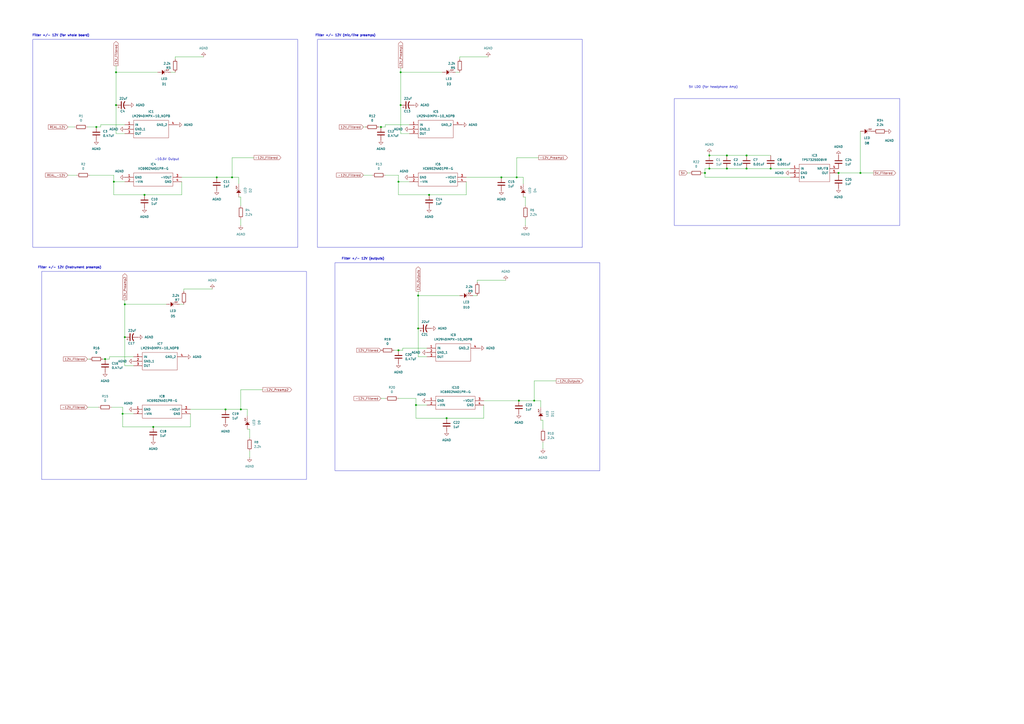
<source format=kicad_sch>
(kicad_sch (version 20231120) (generator "eeschema") (generator_version "8.0")
  (paper "A2")
  (lib_symbols
    (symbol "Device:C" (pin_numbers hide) (pin_names (offset 0.254))
      (property "Reference" "C" (at 0.635 2.54 0))
      (property "Value" "C" (at 0.635 -2.54 0))
      (symbol "C_0_1"
        (polyline (pts (xy -2.032 -0.762) (xy 2.032 -0.762)) (stroke (width 0.508)))
        (polyline (pts (xy -2.032 0.762) (xy 2.032 0.762)) (stroke (width 0.508)))
      )
      (symbol "C_1_1"
        (pin passive line (at 0 3.81 270) (length 2.794) (name "~") (number "1"))
        (pin passive line (at 0 -3.81 90) (length 2.794) (name "~") (number "2"))
      )
    )
    (symbol "Device:C_Polarized_US" (pin_numbers hide) (pin_names (offset 0.254) hide)
      (property "Reference" "C" (at 0.635 2.54 0))
      (property "Value" "C_Polarized_US" (at 0.635 -2.54 0))
      (symbol "C_Polarized_US_0_1"
        (polyline (pts (xy -2.032 0.762) (xy 2.032 0.762)) (stroke (width 0.508)))
        (polyline (pts (xy -1.778 2.286) (xy -0.762 2.286)))
        (polyline (pts (xy -1.27 1.778) (xy -1.27 2.794)))
        (arc (start 2.032 -1.27) (mid 0 -0.5572) (end -2.032 -1.27) (stroke (width 0.508)))
      )
      (symbol "C_Polarized_US_1_1"
        (pin passive line (at 0 3.81 270) (length 2.794) (name "~") (number "1"))
        (pin passive line (at 0 -3.81 90) (length 3.302) (name "~") (number "2"))
      )
    )
    (symbol "Device:R" (pin_numbers hide) (pin_names (offset 0))
      (property "Reference" "R" (at 2.032 0 90))
      (property "Value" "R" (at 0 0 90))
      (symbol "R_0_1"
        (rectangle (start -1.016 -2.54) (end 1.016 2.54) (stroke (width 0.254)))
      )
      (symbol "R_1_1"
        (pin passive line (at 0 3.81 270) (length 1.27) (name "~") (number "1"))
        (pin passive line (at 0 -3.81 90) (length 1.27) (name "~") (number "2"))
      )
    )
    (symbol "PCM_Capacitor_AKL:C_0805" (pin_numbers hide) (pin_names (offset 0.254))
      (property "Reference" "C" (at 0.635 2.54 0))
      (property "Value" "C_0805" (at 0.635 -2.54 0))
      (symbol "C_0805_0_1"
        (polyline (pts (xy -2.032 -0.762) (xy 2.032 -0.762)) (stroke (width 0.508)))
        (polyline (pts (xy -2.032 0.762) (xy 2.032 0.762)) (stroke (width 0.508)))
      )
      (symbol "C_0805_0_2"
        (polyline (pts (xy -2.54 -2.54) (xy -0.381 -0.381)))
        (polyline (pts (xy -0.508 -0.508) (xy -1.651 0.635)) (stroke (width 0.508)))
        (polyline (pts (xy -0.508 -0.508) (xy 0.635 -1.651)) (stroke (width 0.508)))
        (polyline (pts (xy 0.381 0.381) (xy 2.54 2.54)))
        (polyline (pts (xy 0.508 0.508) (xy -0.635 1.651)) (stroke (width 0.508)))
        (polyline (pts (xy 0.508 0.508) (xy 1.651 -0.635)) (stroke (width 0.508)))
      )
      (symbol "C_0805_1_1"
        (pin passive line (at 0 3.81 270) (length 2.794) (name "~") (number "1"))
        (pin passive line (at 0 -3.81 90) (length 2.794) (name "~") (number "2"))
      )
      (symbol "C_0805_1_2"
        (pin passive line (at 2.54 2.54 270) (length 0) (name "~") (number "1"))
        (pin passive line (at -2.54 -2.54 90) (length 0) (name "~") (number "2"))
      )
    )
    (symbol "PCM_SL_Devices:LED"
      (property "Reference" "D" (at -0.508 5.334 0))
      (property "Value" "LED" (at -0.508 2.794 0))
      (symbol "LED_0_1"
        (polyline (pts (xy -1.27 0) (xy -2.54 0)))
        (polyline (pts (xy 0 1.27) (xy 0 -1.27)))
        (polyline (pts (xy 0.508 0.508) (xy 1.524 1.524)))
        (polyline (pts (xy 1.27 0) (xy 2.54 0)))
        (polyline (pts (xy 1.524 0.508) (xy 2.54 1.524)))
        (polyline (pts (xy 1.524 1.524) (xy 0.889 1.524)))
        (polyline (pts (xy 1.524 1.524) (xy 1.524 0.889)))
        (polyline (pts (xy 2.54 1.524) (xy 1.905 1.524)))
        (polyline (pts (xy 2.54 1.524) (xy 2.54 0.889)))
        (polyline (pts (xy 0 0) (xy -1.27 -1.27) (xy -1.27 1.27) (xy 0 0) (xy 1.27 0)) (fill (type outline)))
      )
      (symbol "LED_1_1"
        (pin passive line (at 3.81 0 180) (length 1.5) (name "~") (number "1"))
        (pin passive line (at -3.81 0 0) (length 1.5) (name "") (number "2"))
      )
    )
    (symbol "SamacSys_Parts:LM2940IMPX-10_NOPB" (pin_names (offset 0.762))
      (property "Reference" "IC" (at 26.67 7.62 0))
      (property "Value" "LM2940IMPX-10_NOPB" (at 26.67 5.08 0))
      (symbol "LM2940IMPX-10_NOPB_0_0"
        (pin passive line (at 0 0 0) (length 5.08) (name "IN") (number "1"))
        (pin passive line (at 0 -2.54 0) (length 5.08) (name "GND_1") (number "2"))
        (pin passive line (at 0 -5.08 0) (length 5.08) (name "OUT") (number "3"))
        (pin passive line (at 30.48 0 180) (length 5.08) (name "GND_2") (number "4"))
      )
      (symbol "LM2940IMPX-10_NOPB_0_1"
        (polyline (pts (xy 5.08 2.54) (xy 25.4 2.54) (xy 25.4 -7.62) (xy 5.08 -7.62) (xy 5.08 2.54)) (stroke (width 0.1524)))
      )
    )
    (symbol "SamacSys_Parts:TPS73250DBVR" (pin_names (offset 0.762))
      (property "Reference" "IC" (at 24.13 7.62 0))
      (property "Value" "TPS73250DBVR" (at 24.13 5.08 0))
      (symbol "TPS73250DBVR_0_0"
        (pin passive line (at 0 0 0) (length 5.08) (name "IN") (number "1"))
        (pin passive line (at 0 -2.54 0) (length 5.08) (name "GND") (number "2"))
        (pin passive line (at 0 -5.08 0) (length 5.08) (name "EN") (number "3"))
        (pin passive line (at 27.94 0 180) (length 5.08) (name "NR/FB") (number "4"))
        (pin passive line (at 27.94 -2.54 180) (length 5.08) (name "OUT") (number "5"))
      )
      (symbol "TPS73250DBVR_0_1"
        (polyline (pts (xy 5.08 2.54) (xy 22.86 2.54) (xy 22.86 -7.62) (xy 5.08 -7.62) (xy 5.08 2.54)) (stroke (width 0.1524)))
      )
    )
    (symbol "SamacSys_Parts:XC6902NA01PR-G" (pin_names (offset 0.762))
      (property "Reference" "IC3" (at 16.51 7.62 0))
      (property "Value" "XC6902NA01PR-G" (at 16.51 5.08 0))
      (symbol "XC6902NA01PR-G_0_0"
        (pin passive line (at 0 0 0) (length 5.08) (name "GND") (number "1"))
        (pin passive line (at 33.02 0 180) (length 5.08) (name "-VOUT") (number "3"))
      )
      (symbol "XC6902NA01PR-G_0_1"
        (polyline (pts (xy 5.08 2.54) (xy 27.94 2.54) (xy 27.94 -5.08) (xy 5.08 -5.08) (xy 5.08 2.54)) (stroke (width 0.1524)))
      )
      (symbol "XC6902NA01PR-G_1_0"
        (pin passive line (at 0 -2.54 0) (length 5.08) (name "-VIN") (number "2"))
        (pin passive line (at 33.02 -2.54 180) (length 5.08) (name "GND") (number "4"))
      )
    )
    (symbol "power:GND" (power) (pin_numbers hide) (pin_names (offset 0) hide)
      (property "Value" "GND" (at 0 -3.81 0))
      (symbol "GND_0_1"
        (polyline (pts (xy 0 0) (xy 0 -1.27) (xy 1.27 -1.27) (xy 0 -2.54) (xy -1.27 -1.27) (xy 0 -1.27)))
      )
      (symbol "GND_1_1"
        (pin power_in line (at 0 0 270) (length 0) (name "~") (number "1"))
      )
    )
  )
  (junction (at 134.62 102.87))
  (junction (at 411.48 97.79))
  (junction (at 299.72 102.87))
  (junction (at 232.41 41.91))
  (junction (at 241.3 234.95))
  (junction (at 72.39 176.53))
  (junction (at 499.11 100.33))
  (junction (at 309.88 232.41))
  (junction (at 71.12 240.03))
  (junction (at 67.31 41.91))
  (junction (at 433.07 90.17))
  (junction (at 259.08 242.57))
  (junction (at 248.92 113.03))
  (junction (at 130.81 237.49))
  (junction (at 300.99 232.41))
  (junction (at 220.98 73.66))
  (junction (at 88.9 247.65))
  (junction (at 421.64 90.17))
  (junction (at 231.14 105.41))
  (junction (at 290.83 102.87))
  (junction (at 486.41 100.33))
  (junction (at 408.94 100.33))
  (junction (at 67.31 60.96))
  (junction (at 72.39 195.58))
  (junction (at 447.04 97.79))
  (junction (at 66.04 105.41))
  (junction (at 139.7 237.49))
  (junction (at 232.41 60.96))
  (junction (at 242.57 190.5))
  (junction (at 83.82 113.03))
  (junction (at 55.88 73.66))
  (junction (at 60.96 208.28))
  (junction (at 125.73 102.87))
  (junction (at 421.64 97.79))
  (junction (at 231.14 203.2))
  (junction (at 411.48 90.17))
  (junction (at 433.07 97.79))
  (junction (at 242.57 171.45))
  (wire (pts (xy 50.8 236.22) (xy 57.15 236.22)))
  (wire (pts (xy 233.68 203.2) (xy 233.68 201.93)))
  (wire (pts (xy 233.68 201.93) (xy 247.65 201.93)))
  (wire (pts (xy 232.41 41.91) (xy 232.41 60.96)))
  (wire (pts (xy 231.14 105.41) (xy 237.49 105.41)))
  (wire (pts (xy 105.41 102.87) (xy 125.73 102.87)))
  (wire (pts (xy 147.32 91.44) (xy 134.62 91.44)))
  (wire (pts (xy 152.4 226.06) (xy 139.7 226.06)))
  (wire (pts (xy 313.69 236.22) (xy 313.69 232.41)))
  (wire (pts (xy 242.57 171.45) (xy 242.57 190.5)))
  (wire (pts (xy 303.53 102.87) (xy 299.72 102.87)))
  (wire (pts (xy 499.11 100.33) (xy 499.11 76.2)))
  (wire (pts (xy 293.37 162.56) (xy 276.86 162.56)))
  (wire (pts (xy 270.51 113.03) (xy 270.51 105.41)))
  (wire (pts (xy 88.9 247.65) (xy 110.49 247.65)))
  (wire (pts (xy 486.41 100.33) (xy 499.11 100.33)))
  (wire (pts (xy 223.52 73.66) (xy 223.52 72.39)))
  (wire (pts (xy 223.52 72.39) (xy 237.49 72.39)))
  (wire (pts (xy 66.04 113.03) (xy 83.82 113.03)))
  (wire (pts (xy 123.19 167.64) (xy 106.68 167.64)))
  (wire (pts (xy 411.48 90.17) (xy 421.64 90.17)))
  (wire (pts (xy 139.7 237.49) (xy 130.81 237.49)))
  (wire (pts (xy 72.39 195.58) (xy 72.39 212.09)))
  (wire (pts (xy 138.43 106.68) (xy 138.43 102.87)))
  (wire (pts (xy 421.64 90.17) (xy 433.07 90.17)))
  (wire (pts (xy 223.52 101.6) (xy 231.14 101.6)))
  (wire (pts (xy 447.04 97.79) (xy 458.47 97.79)))
  (wire (pts (xy 144.78 261.62) (xy 144.78 265.43)))
  (wire (pts (xy 110.49 247.65) (xy 110.49 240.03)))
  (wire (pts (xy 55.88 73.66) (xy 58.42 73.66)))
  (wire (pts (xy 299.72 102.87) (xy 290.83 102.87)))
  (wire (pts (xy 67.31 60.96) (xy 67.31 77.47)))
  (wire (pts (xy 421.64 97.79) (xy 433.07 97.79)))
  (wire (pts (xy 50.8 73.66) (xy 55.88 73.66)))
  (wire (pts (xy 210.82 101.6) (xy 215.9 101.6)))
  (wire (pts (xy 433.07 97.79) (xy 447.04 97.79)))
  (wire (pts (xy 274.32 171.45) (xy 276.86 171.45)))
  (wire (pts (xy 52.07 101.6) (xy 66.04 101.6)))
  (wire (pts (xy 309.88 232.41) (xy 300.99 232.41)))
  (wire (pts (xy 408.94 102.87) (xy 408.94 100.33)))
  (wire (pts (xy 242.57 171.45) (xy 266.7 171.45)))
  (wire (pts (xy 232.41 41.91) (xy 256.54 41.91)))
  (wire (pts (xy 63.5 208.28) (xy 63.5 207.01)))
  (wire (pts (xy 314.96 256.54) (xy 314.96 260.35)))
  (wire (pts (xy 220.98 231.14) (xy 223.52 231.14)))
  (wire (pts (xy 66.04 105.41) (xy 72.39 105.41)))
  (wire (pts (xy 134.62 91.44) (xy 134.62 102.87)))
  (wire (pts (xy 39.37 73.66) (xy 43.18 73.66)))
  (wire (pts (xy 241.3 234.95) (xy 241.3 242.57)))
  (wire (pts (xy 231.14 105.41) (xy 231.14 113.03)))
  (wire (pts (xy 67.31 41.91) (xy 91.44 41.91)))
  (wire (pts (xy 232.41 77.47) (xy 237.49 77.47)))
  (wire (pts (xy 66.04 101.6) (xy 66.04 105.41)))
  (wire (pts (xy 72.39 176.53) (xy 96.52 176.53)))
  (wire (pts (xy 270.51 102.87) (xy 290.83 102.87)))
  (wire (pts (xy 232.41 39.37) (xy 232.41 41.91)))
  (wire (pts (xy 134.62 102.87) (xy 125.73 102.87)))
  (wire (pts (xy 411.48 97.79) (xy 421.64 97.79)))
  (wire (pts (xy 118.11 33.02) (xy 101.6 33.02)))
  (wire (pts (xy 63.5 207.01) (xy 77.47 207.01)))
  (wire (pts (xy 232.41 60.96) (xy 232.41 77.47)))
  (wire (pts (xy 59.69 208.28) (xy 60.96 208.28)))
  (wire (pts (xy 143.51 241.3) (xy 143.51 237.49)))
  (wire (pts (xy 110.49 237.49) (xy 130.81 237.49)))
  (wire (pts (xy 143.51 237.49) (xy 139.7 237.49)))
  (wire (pts (xy 83.82 113.03) (xy 105.41 113.03)))
  (wire (pts (xy 58.42 73.66) (xy 58.42 72.39)))
  (wire (pts (xy 241.3 234.95) (xy 247.65 234.95)))
  (wire (pts (xy 283.21 33.02) (xy 266.7 33.02)))
  (wire (pts (xy 101.6 33.02) (xy 101.6 34.29)))
  (wire (pts (xy 99.06 41.91) (xy 101.6 41.91)))
  (wire (pts (xy 312.42 91.44) (xy 299.72 91.44)))
  (wire (pts (xy 144.78 254) (xy 144.78 248.92)))
  (wire (pts (xy 64.77 236.22) (xy 71.12 236.22)))
  (wire (pts (xy 138.43 102.87) (xy 134.62 102.87)))
  (wire (pts (xy 66.04 105.41) (xy 66.04 113.03)))
  (wire (pts (xy 139.7 114.3) (xy 138.43 114.3)))
  (wire (pts (xy 280.67 242.57) (xy 280.67 234.95)))
  (wire (pts (xy 72.39 212.09) (xy 77.47 212.09)))
  (wire (pts (xy 231.14 101.6) (xy 231.14 105.41)))
  (wire (pts (xy 67.31 38.1) (xy 67.31 41.91)))
  (wire (pts (xy 58.42 72.39) (xy 72.39 72.39)))
  (wire (pts (xy 499.11 100.33) (xy 506.73 100.33)))
  (wire (pts (xy 60.96 208.28) (xy 63.5 208.28)))
  (wire (pts (xy 72.39 173.99) (xy 72.39 176.53)))
  (wire (pts (xy 259.08 242.57) (xy 280.67 242.57)))
  (wire (pts (xy 71.12 240.03) (xy 77.47 240.03)))
  (wire (pts (xy 304.8 127) (xy 304.8 130.81)))
  (wire (pts (xy 242.57 190.5) (xy 242.57 207.01)))
  (wire (pts (xy 139.7 119.38) (xy 139.7 114.3)))
  (wire (pts (xy 304.8 114.3) (xy 303.53 114.3)))
  (wire (pts (xy 210.82 73.66) (xy 212.09 73.66)))
  (wire (pts (xy 299.72 91.44) (xy 299.72 102.87)))
  (wire (pts (xy 242.57 207.01) (xy 247.65 207.01)))
  (wire (pts (xy 407.67 100.33) (xy 408.94 100.33)))
  (wire (pts (xy 314.96 248.92) (xy 314.96 243.84)))
  (wire (pts (xy 242.57 168.91) (xy 242.57 171.45)))
  (wire (pts (xy 39.37 101.6) (xy 44.45 101.6)))
  (wire (pts (xy 486.41 101.6) (xy 486.41 100.33)))
  (wire (pts (xy 248.92 113.03) (xy 270.51 113.03)))
  (wire (pts (xy 408.94 97.79) (xy 411.48 97.79)))
  (wire (pts (xy 241.3 231.14) (xy 241.3 234.95)))
  (wire (pts (xy 264.16 41.91) (xy 266.7 41.91)))
  (wire (pts (xy 231.14 113.03) (xy 248.92 113.03)))
  (wire (pts (xy 411.48 88.9) (xy 411.48 90.17)))
  (wire (pts (xy 322.58 220.98) (xy 309.88 220.98)))
  (wire (pts (xy 241.3 242.57) (xy 259.08 242.57)))
  (wire (pts (xy 266.7 33.02) (xy 266.7 34.29)))
  (wire (pts (xy 139.7 226.06) (xy 139.7 237.49)))
  (wire (pts (xy 458.47 102.87) (xy 408.94 102.87)))
  (wire (pts (xy 104.14 176.53) (xy 106.68 176.53)))
  (wire (pts (xy 105.41 113.03) (xy 105.41 105.41)))
  (wire (pts (xy 408.94 100.33) (xy 408.94 97.79)))
  (wire (pts (xy 231.14 231.14) (xy 241.3 231.14)))
  (wire (pts (xy 314.96 243.84) (xy 313.69 243.84)))
  (wire (pts (xy 139.7 127) (xy 139.7 130.81)))
  (wire (pts (xy 280.67 232.41) (xy 300.99 232.41)))
  (wire (pts (xy 67.31 41.91) (xy 67.31 60.96)))
  (wire (pts (xy 303.53 106.68) (xy 303.53 102.87)))
  (wire (pts (xy 144.78 248.92) (xy 143.51 248.92)))
  (wire (pts (xy 398.78 100.33) (xy 400.05 100.33)))
  (wire (pts (xy 304.8 119.38) (xy 304.8 114.3)))
  (wire (pts (xy 50.8 208.28) (xy 52.07 208.28)))
  (wire (pts (xy 220.98 73.66) (xy 223.52 73.66)))
  (wire (pts (xy 313.69 232.41) (xy 309.88 232.41)))
  (wire (pts (xy 71.12 240.03) (xy 71.12 247.65)))
  (wire (pts (xy 433.07 90.17) (xy 447.04 90.17)))
  (wire (pts (xy 231.14 203.2) (xy 233.68 203.2)))
  (wire (pts (xy 67.31 77.47) (xy 72.39 77.47)))
  (wire (pts (xy 71.12 247.65) (xy 88.9 247.65)))
  (wire (pts (xy 72.39 176.53) (xy 72.39 195.58)))
  (wire (pts (xy 276.86 162.56) (xy 276.86 163.83)))
  (wire (pts (xy 106.68 167.64) (xy 106.68 168.91)))
  (wire (pts (xy 309.88 220.98) (xy 309.88 232.41)))
  (wire (pts (xy 71.12 236.22) (xy 71.12 240.03)))
  (wire (pts (xy 228.6 203.2) (xy 231.14 203.2)))
  (wire (pts (xy 219.71 73.66) (xy 220.98 73.66)))
  (rectangle (start 24.13 157.48) (end 177.8 278.13))
  (rectangle (start 184.15 22.86) (end 337.82 143.51))
  (rectangle (start 194.31 152.4) (end 347.98 273.05))
  (rectangle (start 19.05 22.86) (end 172.72 143.51))
  (rectangle (start 391.16 57.15) (end 521.97 130.81))
  (text "-10.5V Output" (at 96.774 92.456 0) (effects (font (size 1.27 1.27))))
  (text "Filter +/- 12V (for whole board)" (at 35.306 20.574 0) (effects (font (size 1.27 1.27) (thickness 0.254) (bold yes))))
  (text "5V LDO (for headphone Amp)" (at 413.766 50.546 0) (effects (font (size 1.27 1.27))))
  (text "Filter +/- 12V (instrument preamps)" (at 40.386 155.194 0) (effects (font (size 1.27 1.27) (thickness 0.254) (bold yes))))
  (text "Filter +/- 12V (mic/line preamps)" (at 200.406 20.574 0) (effects (font (size 1.27 1.27) (thickness 0.254) (bold yes))))
  (text "Filter +/- 12V (outputs)" (at 210.566 150.114 0) (effects (font (size 1.27 1.27) (thickness 0.254) (bold yes))))
  (global_label "-12V_Preamp2" (shape output) (at 152.4 226.06 0) (property "Intersheetrefs" "${INTERSHEET_REFS}" (effects (hide yes))))
  (global_label "-12V_Outputs" (shape output) (at 322.58 220.98 0) (property "Intersheetrefs" "${INTERSHEET_REFS}" (effects (hide yes))))
  (global_label "-12V_Filtered" (shape output) (at 147.32 91.44 0) (property "Intersheetrefs" "${INTERSHEET_REFS}" (effects (hide yes))))
  (global_label "REAL_12V" (shape input) (at 39.37 73.66 180) (property "Intersheetrefs" "${INTERSHEET_REFS}" (effects (hide yes))))
  (global_label "-12V_Filtered" (shape input) (at 50.8 236.22 180) (property "Intersheetrefs" "${INTERSHEET_REFS}" (effects (hide yes))))
  (global_label "12V_Preamp2" (shape output) (at 72.39 173.99 90) (property "Intersheetrefs" "${INTERSHEET_REFS}" (effects (hide yes))))
  (global_label "5V_Filtered" (shape output) (at 506.73 100.33 0) (property "Intersheetrefs" "${INTERSHEET_REFS}" (effects (hide yes))))
  (global_label "5V" (shape input) (at 398.78 100.33 180) (property "Intersheetrefs" "${INTERSHEET_REFS}" (effects (hide yes))))
  (global_label "-12V_Preamp1" (shape output) (at 312.42 91.44 0) (property "Intersheetrefs" "${INTERSHEET_REFS}" (effects (hide yes))))
  (global_label "-12V_Filtered" (shape input) (at 220.98 231.14 180) (property "Intersheetrefs" "${INTERSHEET_REFS}" (effects (hide yes))))
  (global_label "REAL_-12V" (shape input) (at 39.37 101.6 180) (property "Intersheetrefs" "${INTERSHEET_REFS}" (effects (hide yes))))
  (global_label "12V_Filtered" (shape output) (at 67.31 38.1 90) (property "Intersheetrefs" "${INTERSHEET_REFS}" (effects (hide yes))))
  (global_label "12V_Filtered" (shape input) (at 210.82 73.66 180) (property "Intersheetrefs" "${INTERSHEET_REFS}" (effects (hide yes))))
  (global_label "12V_Preamp1" (shape output) (at 232.41 39.37 90) (property "Intersheetrefs" "${INTERSHEET_REFS}" (effects (hide yes))))
  (global_label "12V_Outputs" (shape output) (at 242.57 168.91 90) (property "Intersheetrefs" "${INTERSHEET_REFS}" (effects (hide yes))))
  (global_label "12V_Filtered" (shape input) (at 220.98 203.2 180) (property "Intersheetrefs" "${INTERSHEET_REFS}" (effects (hide yes))))
  (global_label "12V_Filtered" (shape input) (at 50.8 208.28 180) (property "Intersheetrefs" "${INTERSHEET_REFS}" (effects (hide yes))))
  (global_label "-12V_Filtered" (shape input) (at 210.82 101.6 180) (property "Intersheetrefs" "${INTERSHEET_REFS}" (effects (hide yes))))
  (symbol (lib_id "power:GND") (at 411.48 88.9 180) (unit 1)
    (property "Reference" "#PWR090" (effects (hide yes)))
    (property "Value" "AGND" (at 411.48 83.82 0))
    (property "Description" "Power symbol creates a global label with name \"GND\" , ground" (effects (hide yes)))
  )
  (symbol (lib_id "Device:R") (at 219.71 101.6 270) (unit 1)
    (property "Reference" "R13" (at 219.71 95.25 90))
    (property "Value" "0" (at 219.71 97.79 90))
    (property "Footprint" "Resistor_SMD:R_0805_2012Metric" (effects (hide yes)))
    (property "Description" "Resistor" (effects (hide yes)))
  )
  (symbol (lib_id "Device:C") (at 421.64 93.98 0) (unit 1)
    (property "Reference" "C2" (at 425.45 92.7099 0) (effects (justify left)))
    (property "Value" "0.1uF" (at 425.45 95.2499 0) (effects (justify left)))
    (property "Footprint" "Capacitor_SMD:C_0402_1005Metric" (effects (hide yes)))
    (property "Description" "Unpolarized capacitor" (effects (hide yes)))
  )
  (symbol (lib_id "power:GND") (at 248.92 120.65 0) (unit 1)
    (property "Reference" "#PWR0111" (effects (hide yes)))
    (property "Value" "AGND" (at 248.92 125.73 0))
    (property "Description" "Power symbol creates a global label with name \"GND\" , ground" (effects (hide yes)))
  )
  (symbol (lib_id "power:GND") (at 304.8 130.81 0) (unit 1)
    (property "Reference" "#PWR0115" (effects (hide yes)))
    (property "Value" "AGND" (at 304.8 135.89 0))
    (property "Description" "Power symbol creates a global label with name \"GND\" , ground" (effects (hide yes)))
  )
  (symbol (lib_id "power:GND") (at 250.19 190.5 90) (unit 1)
    (property "Reference" "#PWR0129" (effects (hide yes)))
    (property "Value" "AGND" (at 254 190.4999 90) (effects (justify right)))
    (property "Description" "Power symbol creates a global label with name \"GND\" , ground" (effects (hide yes)))
  )
  (symbol (lib_id "power:GND") (at 237.49 74.93 270) (unit 1)
    (property "Reference" "#PWR0108" (effects (hide yes)))
    (property "Value" "AGND" (at 233.68 74.9299 90) (effects (justify right)))
    (property "Description" "Power symbol creates a global label with name \"GND\" , ground" (effects (hide yes)))
  )
  (symbol (lib_id "Device:C") (at 411.48 93.98 0) (unit 1)
    (property "Reference" "C1" (at 415.29 92.7099 0) (effects (justify left)))
    (property "Value" "1uF" (at 415.29 95.2499 0) (effects (justify left)))
    (property "Footprint" "Capacitor_SMD:C_0402_1005Metric" (effects (hide yes)))
    (property "Description" "Unpolarized capacitor" (effects (hide yes)))
  )
  (symbol (lib_id "Device:R") (at 60.96 236.22 270) (unit 1)
    (property "Reference" "R15" (at 60.96 229.87 90))
    (property "Value" "0" (at 60.96 232.41 90))
    (property "Footprint" "Resistor_SMD:R_0805_2012Metric" (effects (hide yes)))
    (property "Description" "Resistor" (effects (hide yes)))
  )
  (symbol (lib_id "power:GND") (at 314.96 260.35 0) (unit 1)
    (property "Reference" "#PWR0134" (effects (hide yes)))
    (property "Value" "AGND" (at 314.96 265.43 0))
    (property "Description" "Power symbol creates a global label with name \"GND\" , ground" (effects (hide yes)))
  )
  (symbol (lib_id "Device:C") (at 486.41 105.41 0) (unit 1)
    (property "Reference" "C25" (at 490.22 104.1399 0) (effects (justify left)))
    (property "Value" "1uF" (at 490.22 106.6799 0) (effects (justify left)))
    (property "Footprint" "Capacitor_SMD:C_0402_1005Metric" (effects (hide yes)))
    (property "Description" "Unpolarized capacitor" (effects (hide yes)))
  )
  (symbol (lib_id "power:GND") (at 72.39 74.93 270) (unit 1)
    (property "Reference" "#PWR096" (effects (hide yes)))
    (property "Value" "AGND" (at 68.58 74.9299 90) (effects (justify right)))
    (property "Description" "Power symbol creates a global label with name \"GND\" , ground" (effects (hide yes)))
  )
  (symbol (lib_id "SamacSys_Parts:XC6902NA01PR-G") (at 77.47 237.49 0) (unit 1)
    (property "Reference" "IC8" (at 93.98 229.87 0))
    (property "Value" "XC6902NA01PR-G" (at 93.98 232.41 0))
    (property "Footprint" "SamacSys_Parts:XC6902NA01PRG" (effects (hide yes)))
    (property "Datasheet" "https://www.torexsemi.com/file/xc6902/XC6902.pdf" (effects (hide yes)))
    (property "Description" "-16V Input Three Terminal Negative Voltage Regulator" (effects (hide yes)))
    (property "Description_1" "-16V Input Three Terminal Negative Voltage Regulator" (effects (hide yes)))
    (property "Height" "1.6" (effects (hide yes)))
    (property "Manufacturer_Name" "Torex" (effects (hide yes)))
    (property "Manufacturer_Part_Number" "XC6902NA01PR-G" (effects (hide yes)))
    (property "Mouser Part Number" "865-XC6902NA01PR-G" (effects (hide yes)))
    (property "Mouser Price/Stock" "https://www.mouser.co.uk/ProductDetail/Torex-Semiconductor/XC6902NA01PR-G?qs=AsjdqWjXhJ%2FerOlzjRTzBQ%3D%3D" (effects (hide yes)))
  )
  (symbol (lib_id "Device:C_Polarized_US") (at 246.38 190.5 90) (unit 1)
    (property "Reference" "C21" (at 246.38 194.056 90))
    (property "Value" "22uF" (at 246.888 186.69 90))
    (property "Footprint" "Capacitor_SMD:CP_Elec_4x5.8" (effects (hide yes)))
    (property "Description" "Polarized capacitor, US symbol" (effects (hide yes)))
  )
  (symbol (lib_id "power:GND") (at 123.19 167.64 180) (unit 1)
    (property "Reference" "#PWR0123" (effects (hide yes)))
    (property "Value" "AGND" (at 123.19 162.56 0))
    (property "Description" "Power symbol creates a global label with name \"GND\" , ground" (effects (hide yes)))
  )
  (symbol (lib_id "Device:C_Polarized_US") (at 71.12 60.96 90) (unit 1)
    (property "Reference" "C4" (at 71.12 64.516 90))
    (property "Value" "22uF" (at 71.628 57.15 90))
    (property "Footprint" "Capacitor_SMD:CP_Elec_4x5.8" (effects (hide yes)))
    (property "Description" "Polarized capacitor, US symbol" (effects (hide yes)))
  )
  (symbol (lib_id "Device:R") (at 139.7 123.19 0) (unit 1)
    (property "Reference" "R4" (at 142.24 121.9199 0) (effects (justify left)))
    (property "Value" "2.2k" (at 142.24 124.4599 0) (effects (justify left)))
    (property "Footprint" "Resistor_SMD:R_0805_2012Metric" (effects (hide yes)))
    (property "Description" "Resistor" (effects (hide yes)))
  )
  (symbol (lib_id "SamacSys_Parts:LM2940IMPX-10_NOPB") (at 72.39 72.39 0) (unit 1)
    (property "Reference" "IC1" (at 87.63 64.77 0))
    (property "Value" "LM2940IMPX-10_NOPB" (at 87.63 67.31 0))
    (property "Footprint" "SamacSys_Parts:SOT230P700X180-4N" (effects (hide yes)))
    (property "Datasheet" "http://www.ti.com/lit/ds/symlink/lm2940c.pdf" (effects (hide yes)))
    (property "Description" "LDO Voltage Regulators 1A Low Dropout Regulator 4-SOT-223 -40 to 85" (effects (hide yes)))
    (property "Description_1" "LDO Voltage Regulators 1A Low Dropout Regulator 4-SOT-223 -40 to 85" (effects (hide yes)))
    (property "Height" "1.8" (effects (hide yes)))
    (property "Manufacturer_Name" "Texas Instruments" (effects (hide yes)))
    (property "Manufacturer_Part_Number" "LM2940IMPX-10/NOPB" (effects (hide yes)))
    (property "Mouser Part Number" "926-LM2940IMPX10NOPB" (effects (hide yes)))
    (property "Mouser Price/Stock" "https://www.mouser.co.uk/ProductDetail/Texas-Instruments/LM2940IMPX-10-NOPB?qs=X1J7HmVL2ZGaWCR2un6ouA%3D%3D" (effects (hide yes)))
    (property "Arrow Part Number" "LM2940IMPX-10/NOPB" (effects (hide yes)))
    (property "Arrow Price/Stock" "https://www.arrow.com/en/products/lm2940impx-10nopb/texas-instruments?region=nac" (effects (hide yes)))
  )
  (symbol (lib_id "SamacSys_Parts:XC6902NA01PR-G") (at 72.39 102.87 0) (unit 1)
    (property "Reference" "IC4" (at 88.9 95.25 0))
    (property "Value" "XC6902NA51PR-G" (at 88.9 97.79 0))
    (property "Footprint" "SamacSys_Parts:XC6902NA01PRG" (effects (hide yes)))
    (property "Datasheet" "https://www.torexsemi.com/file/xc6902/XC6902.pdf" (effects (hide yes)))
    (property "Description" "-16V Input Three Terminal Negative Voltage Regulator" (effects (hide yes)))
    (property "Description_1" "-16V Input Three Terminal Negative Voltage Regulator" (effects (hide yes)))
    (property "Height" "1.6" (effects (hide yes)))
    (property "Manufacturer_Name" "Torex" (effects (hide yes)))
    (property "Manufacturer_Part_Number" "XC6902NA01PR-G" (effects (hide yes)))
    (property "Mouser Part Number" "865-XC6902NA01PR-G" (effects (hide yes)))
    (property "Mouser Price/Stock" "https://www.mouser.co.uk/ProductDetail/Torex-Semiconductor/XC6902NA01PR-G?qs=AsjdqWjXhJ%2FerOlzjRTzBQ%3D%3D" (effects (hide yes)))
  )
  (symbol (lib_id "power:GND") (at 231.14 210.82 0) (unit 1)
    (property "Reference" "#PWR0126" (effects (hide yes)))
    (property "Value" "AGND" (at 231.14 215.9 0))
    (property "Description" "Power symbol creates a global label with name \"GND\" , ground" (effects (hide yes)))
  )
  (symbol (lib_id "power:GND") (at 125.73 110.49 0) (unit 1)
    (property "Reference" "#PWR0101" (effects (hide yes)))
    (property "Value" "AGND" (at 125.73 115.57 0))
    (property "Description" "Power symbol creates a global label with name \"GND\" , ground" (effects (hide yes)))
  )
  (symbol (lib_id "power:GND") (at 486.41 90.17 180) (unit 1)
    (property "Reference" "#PWR094" (effects (hide yes)))
    (property "Value" "AGND" (at 486.41 85.09 0))
    (property "Description" "Power symbol creates a global label with name \"GND\" , ground" (effects (hide yes)))
  )
  (symbol (lib_id "PCM_Capacitor_AKL:C_0805") (at 60.96 212.09 0) (unit 1)
    (property "Reference" "C16" (at 64.77 210.8199 0) (effects (justify left)))
    (property "Value" "0.47uF" (at 64.77 213.3599 0) (effects (justify left)))
    (property "Footprint" "PCM_Capacitor_SMD_AKL:C_0805_2012Metric" (effects (hide yes)))
    (property "Description" "SMD 0805 MLCC capacitor, Alternate KiCad Library" (effects (hide yes)))
  )
  (symbol (lib_id "PCM_SL_Devices:LED") (at 313.69 240.03 90) (unit 1)
    (property "Reference" "D11" (at 320.548 240.03 0))
    (property "Value" "LED" (at 317.5 240.03 0))
    (property "Footprint" "LED_SMD:LED_0402_1005Metric_Pad0.77x0.64mm_HandSolder" (effects (hide yes)))
    (property "Datasheet" "https://www.we-online.com/components/products/datasheet/150060BS75000.pdf" (effects (hide yes)))
    (property "Description" "Common 5mm diameter LED" (effects (hide yes)))
  )
  (symbol (lib_id "PCM_SL_Devices:LED") (at 502.92 76.2 0) (unit 1)
    (property "Reference" "D8" (at 502.92 83.058 0))
    (property "Value" "LED" (at 502.92 80.01 0))
    (property "Footprint" "LED_SMD:LED_0402_1005Metric_Pad0.77x0.64mm_HandSolder" (effects (hide yes)))
    (property "Datasheet" "https://www.we-online.com/components/products/datasheet/150060BS75000.pdf" (effects (hide yes)))
    (property "Description" "Common 5mm diameter LED" (effects (hide yes)))
  )
  (symbol (lib_id "Device:R") (at 55.88 208.28 270) (unit 1)
    (property "Reference" "R16" (at 55.88 201.93 90))
    (property "Value" "0" (at 55.88 204.47 90))
    (property "Footprint" "Resistor_SMD:R_0805_2012Metric" (effects (hide yes)))
    (property "Description" "Resistor" (effects (hide yes)))
  )
  (symbol (lib_id "PCM_SL_Devices:LED") (at 270.51 171.45 0) (unit 1)
    (property "Reference" "D10" (at 270.51 178.308 0))
    (property "Value" "LED" (at 270.51 175.26 0))
    (property "Footprint" "LED_SMD:LED_0402_1005Metric_Pad0.77x0.64mm_HandSolder" (effects (hide yes)))
    (property "Datasheet" "https://www.we-online.com/components/products/datasheet/150060BS75000.pdf" (effects (hide yes)))
    (property "Description" "Common 5mm diameter LED" (effects (hide yes)))
  )
  (symbol (lib_id "PCM_Capacitor_AKL:C_0805") (at 83.82 116.84 0) (unit 1)
    (property "Reference" "C10" (at 87.63 115.5699 0) (effects (justify left)))
    (property "Value" "1uF" (at 87.63 118.1099 0) (effects (justify left)))
    (property "Footprint" "PCM_Capacitor_SMD_AKL:C_0805_2012Metric" (effects (hide yes)))
    (property "Description" "SMD 0805 MLCC capacitor, Alternate KiCad Library" (effects (hide yes)))
  )
  (symbol (lib_id "Device:R") (at 227.33 231.14 270) (unit 1)
    (property "Reference" "R20" (at 227.33 224.79 90))
    (property "Value" "0" (at 227.33 227.33 90))
    (property "Footprint" "Resistor_SMD:R_0805_2012Metric" (effects (hide yes)))
    (property "Description" "Resistor" (effects (hide yes)))
  )
  (symbol (lib_id "power:GND") (at 88.9 255.27 0) (unit 1)
    (property "Reference" "#PWR0121" (effects (hide yes)))
    (property "Value" "AGND" (at 88.9 260.35 0))
    (property "Description" "Power symbol creates a global label with name \"GND\" , ground" (effects (hide yes)))
  )
  (symbol (lib_id "Device:R") (at 403.86 100.33 270) (unit 1)
    (property "Reference" "R22" (at 403.86 93.98 90))
    (property "Value" "0" (at 403.86 96.52 90))
    (property "Footprint" "Resistor_SMD:R_0805_2012Metric" (effects (hide yes)))
    (property "Description" "Resistor" (effects (hide yes)))
  )
  (symbol (lib_id "power:GND") (at 247.65 204.47 270) (unit 1)
    (property "Reference" "#PWR0127" (effects (hide yes)))
    (property "Value" "AGND" (at 243.84 204.4699 90) (effects (justify right)))
    (property "Description" "Power symbol creates a global label with name \"GND\" , ground" (effects (hide yes)))
  )
  (symbol (lib_id "PCM_Capacitor_AKL:C_0805") (at 130.81 241.3 0) (unit 1)
    (property "Reference" "C19" (at 134.62 240.0299 0) (effects (justify left)))
    (property "Value" "1uF" (at 134.62 242.5699 0) (effects (justify left)))
    (property "Footprint" "PCM_Capacitor_SMD_AKL:C_0805_2012Metric" (effects (hide yes)))
    (property "Description" "SMD 0805 MLCC capacitor, Alternate KiCad Library" (effects (hide yes)))
  )
  (symbol (lib_id "Device:R") (at 101.6 38.1 180) (unit 1)
    (property "Reference" "R3" (at 99.06 39.3701 0) (effects (justify left)))
    (property "Value" "2.2k" (at 99.06 36.8301 0) (effects (justify left)))
    (property "Footprint" "Resistor_SMD:R_0805_2012Metric" (effects (hide yes)))
    (property "Description" "Resistor" (effects (hide yes)))
  )
  (symbol (lib_id "SamacSys_Parts:LM2940IMPX-10_NOPB") (at 237.49 72.39 0) (unit 1)
    (property "Reference" "IC5" (at 252.73 64.77 0))
    (property "Value" "LM2940IMPX-10_NOPB" (at 252.73 67.31 0))
    (property "Footprint" "SamacSys_Parts:SOT230P700X180-4N" (effects (hide yes)))
    (property "Datasheet" "http://www.ti.com/lit/ds/symlink/lm2940c.pdf" (effects (hide yes)))
    (property "Description" "LDO Voltage Regulators 1A Low Dropout Regulator 4-SOT-223 -40 to 85" (effects (hide yes)))
    (property "Description_1" "LDO Voltage Regulators 1A Low Dropout Regulator 4-SOT-223 -40 to 85" (effects (hide yes)))
    (property "Height" "1.8" (effects (hide yes)))
    (property "Manufacturer_Name" "Texas Instruments" (effects (hide yes)))
    (property "Manufacturer_Part_Number" "LM2940IMPX-10/NOPB" (effects (hide yes)))
    (property "Mouser Part Number" "926-LM2940IMPX10NOPB" (effects (hide yes)))
    (property "Mouser Price/Stock" "https://www.mouser.co.uk/ProductDetail/Texas-Instruments/LM2940IMPX-10-NOPB?qs=X1J7HmVL2ZGaWCR2un6ouA%3D%3D" (effects (hide yes)))
    (property "Arrow Part Number" "LM2940IMPX-10/NOPB" (effects (hide yes)))
    (property "Arrow Price/Stock" "https://www.arrow.com/en/products/lm2940impx-10nopb/texas-instruments?region=nac" (effects (hide yes)))
  )
  (symbol (lib_id "PCM_SL_Devices:LED") (at 303.53 110.49 90) (unit 1)
    (property "Reference" "D4" (at 310.388 110.49 0))
    (property "Value" "LED" (at 307.34 110.49 0))
    (property "Footprint" "LED_SMD:LED_0402_1005Metric_Pad0.77x0.64mm_HandSolder" (effects (hide yes)))
    (property "Datasheet" "https://www.we-online.com/components/products/datasheet/150060BS75000.pdf" (effects (hide yes)))
    (property "Description" "Common 5mm diameter LED" (effects (hide yes)))
  )
  (symbol (lib_id "power:GND") (at 278.13 201.93 90) (unit 1)
    (property "Reference" "#PWR0131" (effects (hide yes)))
    (property "Value" "AGND" (at 281.94 201.9299 90) (effects (justify right)))
    (property "Description" "Power symbol creates a global label with name \"GND\" , ground" (effects (hide yes)))
  )
  (symbol (lib_id "PCM_Capacitor_AKL:C_0805") (at 55.88 77.47 0) (unit 1)
    (property "Reference" "C3" (at 59.69 76.1999 0) (effects (justify left)))
    (property "Value" "0.47uF" (at 59.69 78.7399 0) (effects (justify left)))
    (property "Footprint" "PCM_Capacitor_SMD_AKL:C_0805_2012Metric" (effects (hide yes)))
    (property "Description" "SMD 0805 MLCC capacitor, Alternate KiCad Library" (effects (hide yes)))
  )
  (symbol (lib_id "power:GND") (at 267.97 72.39 90) (unit 1)
    (property "Reference" "#PWR0112" (effects (hide yes)))
    (property "Value" "AGND" (at 271.78 72.3899 90) (effects (justify right)))
    (property "Description" "Power symbol creates a global label with name \"GND\" , ground" (effects (hide yes)))
  )
  (symbol (lib_id "power:GND") (at 144.78 265.43 0) (unit 1)
    (property "Reference" "#PWR0125" (effects (hide yes)))
    (property "Value" "AGND" (at 144.78 270.51 0))
    (property "Description" "Power symbol creates a global label with name \"GND\" , ground" (effects (hide yes)))
  )
  (symbol (lib_id "power:GND") (at 118.11 33.02 180) (unit 1)
    (property "Reference" "#PWR0102" (effects (hide yes)))
    (property "Value" "AGND" (at 118.11 27.94 0))
    (property "Description" "Power symbol creates a global label with name \"GND\" , ground" (effects (hide yes)))
  )
  (symbol (lib_id "PCM_Capacitor_AKL:C_0805") (at 231.14 207.01 0) (unit 1)
    (property "Reference" "C20" (at 234.95 205.7399 0) (effects (justify left)))
    (property "Value" "0.47uF" (at 234.95 208.2799 0) (effects (justify left)))
    (property "Footprint" "PCM_Capacitor_SMD_AKL:C_0805_2012Metric" (effects (hide yes)))
    (property "Description" "SMD 0805 MLCC capacitor, Alternate KiCad Library" (effects (hide yes)))
  )
  (symbol (lib_id "PCM_SL_Devices:LED") (at 260.35 41.91 0) (unit 1)
    (property "Reference" "D3" (at 260.35 48.768 0))
    (property "Value" "LED" (at 260.35 45.72 0))
    (property "Footprint" "LED_SMD:LED_0402_1005Metric_Pad0.77x0.64mm_HandSolder" (effects (hide yes)))
    (property "Datasheet" "https://www.we-online.com/components/products/datasheet/150060BS75000.pdf" (effects (hide yes)))
    (property "Description" "Common 5mm diameter LED" (effects (hide yes)))
  )
  (symbol (lib_id "power:GND") (at 77.47 209.55 270) (unit 1)
    (property "Reference" "#PWR0117" (effects (hide yes)))
    (property "Value" "AGND" (at 73.66 209.5499 90) (effects (justify right)))
    (property "Description" "Power symbol creates a global label with name \"GND\" , ground" (effects (hide yes)))
  )
  (symbol (lib_id "Device:R") (at 144.78 257.81 0) (unit 1)
    (property "Reference" "R8" (at 147.32 256.5399 0) (effects (justify left)))
    (property "Value" "2.2k" (at 147.32 259.0799 0) (effects (justify left)))
    (property "Footprint" "Resistor_SMD:R_0805_2012Metric" (effects (hide yes)))
    (property "Description" "Resistor" (effects (hide yes)))
  )
  (symbol (lib_id "power:GND") (at 514.35 76.2 90) (unit 1)
    (property "Reference" "#PWR0105" (effects (hide yes)))
    (property "Value" "AGND" (at 513.334 81.534 90) (effects (justify right)))
    (property "Description" "Power symbol creates a global label with name \"GND\" , ground" (effects (hide yes)))
  )
  (symbol (lib_id "Device:R") (at 106.68 172.72 180) (unit 1)
    (property "Reference" "R7" (at 104.14 173.9901 0) (effects (justify left)))
    (property "Value" "2.2k" (at 104.14 171.4501 0) (effects (justify left)))
    (property "Footprint" "Resistor_SMD:R_0805_2012Metric" (effects (hide yes)))
    (property "Description" "Resistor" (effects (hide yes)))
  )
  (symbol (lib_id "PCM_Capacitor_AKL:C_0805") (at 300.99 236.22 0) (unit 1)
    (property "Reference" "C23" (at 304.8 234.9499 0) (effects (justify left)))
    (property "Value" "1uF" (at 304.8 237.4899 0) (effects (justify left)))
    (property "Footprint" "PCM_Capacitor_SMD_AKL:C_0805_2012Metric" (effects (hide yes)))
    (property "Description" "SMD 0805 MLCC capacitor, Alternate KiCad Library" (effects (hide yes)))
  )
  (symbol (lib_id "power:GND") (at 72.39 102.87 270) (unit 1)
    (property "Reference" "#PWR097" (effects (hide yes)))
    (property "Value" "AGND" (at 71.882 99.314 90) (effects (justify right)))
    (property "Description" "Power symbol creates a global label with name \"GND\" , ground" (effects (hide yes)))
  )
  (symbol (lib_id "PCM_SL_Devices:LED") (at 143.51 245.11 90) (unit 1)
    (property "Reference" "D9" (at 150.368 245.11 0))
    (property "Value" "LED" (at 147.32 245.11 0))
    (property "Footprint" "LED_SMD:LED_0402_1005Metric_Pad0.77x0.64mm_HandSolder" (effects (hide yes)))
    (property "Datasheet" "https://www.we-online.com/components/products/datasheet/150060BS75000.pdf" (effects (hide yes)))
    (property "Description" "Common 5mm diameter LED" (effects (hide yes)))
  )
  (symbol (lib_id "SamacSys_Parts:LM2940IMPX-10_NOPB") (at 77.47 207.01 0) (unit 1)
    (property "Reference" "IC7" (at 92.71 199.39 0))
    (property "Value" "LM2940IMPX-10_NOPB" (at 92.71 201.93 0))
    (property "Footprint" "SamacSys_Parts:SOT230P700X180-4N" (effects (hide yes)))
    (property "Datasheet" "http://www.ti.com/lit/ds/symlink/lm2940c.pdf" (effects (hide yes)))
    (property "Description" "LDO Voltage Regulators 1A Low Dropout Regulator 4-SOT-223 -40 to 85" (effects (hide yes)))
    (property "Description_1" "LDO Voltage Regulators 1A Low Dropout Regulator 4-SOT-223 -40 to 85" (effects (hide yes)))
    (property "Height" "1.8" (effects (hide yes)))
    (property "Manufacturer_Name" "Texas Instruments" (effects (hide yes)))
    (property "Manufacturer_Part_Number" "LM2940IMPX-10/NOPB" (effects (hide yes)))
    (property "Mouser Part Number" "926-LM2940IMPX10NOPB" (effects (hide yes)))
    (property "Mouser Price/Stock" "https://www.mouser.co.uk/ProductDetail/Texas-Instruments/LM2940IMPX-10-NOPB?qs=X1J7HmVL2ZGaWCR2un6ouA%3D%3D" (effects (hide yes)))
    (property "Arrow Part Number" "LM2940IMPX-10/NOPB" (effects (hide yes)))
    (property "Arrow Price/Stock" "https://www.arrow.com/en/products/lm2940impx-10nopb/texas-instruments?region=nac" (effects (hide yes)))
  )
  (symbol (lib_id "Device:R") (at 276.86 167.64 180) (unit 1)
    (property "Reference" "R9" (at 274.32 168.9101 0) (effects (justify left)))
    (property "Value" "2.2k" (at 274.32 166.3701 0) (effects (justify left)))
    (property "Footprint" "Resistor_SMD:R_0805_2012Metric" (effects (hide yes)))
    (property "Description" "Resistor" (effects (hide yes)))
  )
  (symbol (lib_id "power:GND") (at 290.83 110.49 0) (unit 1)
    (property "Reference" "#PWR0114" (effects (hide yes)))
    (property "Value" "AGND" (at 290.83 115.57 0))
    (property "Description" "Power symbol creates a global label with name \"GND\" , ground" (effects (hide yes)))
  )
  (symbol (lib_id "Device:C_Polarized_US") (at 76.2 195.58 90) (unit 1)
    (property "Reference" "C17" (at 76.2 199.136 90))
    (property "Value" "22uF" (at 76.708 191.77 90))
    (property "Footprint" "Capacitor_SMD:CP_Elec_4x5.8" (effects (hide yes)))
    (property "Description" "Polarized capacitor, US symbol" (effects (hide yes)))
  )
  (symbol (lib_id "PCM_Capacitor_AKL:C_0805") (at 248.92 116.84 0) (unit 1)
    (property "Reference" "C14" (at 252.73 115.5699 0) (effects (justify left)))
    (property "Value" "1uF" (at 252.73 118.1099 0) (effects (justify left)))
    (property "Footprint" "PCM_Capacitor_SMD_AKL:C_0805_2012Metric" (effects (hide yes)))
    (property "Description" "SMD 0805 MLCC capacitor, Alternate KiCad Library" (effects (hide yes)))
  )
  (symbol (lib_id "power:GND") (at 220.98 81.28 0) (unit 1)
    (property "Reference" "#PWR0107" (effects (hide yes)))
    (property "Value" "AGND" (at 220.98 86.36 0))
    (property "Description" "Power symbol creates a global label with name \"GND\" , ground" (effects (hide yes)))
  )
  (symbol (lib_id "SamacSys_Parts:XC6902NA01PR-G") (at 237.49 102.87 0) (unit 1)
    (property "Reference" "IC6" (at 254 95.25 0))
    (property "Value" "XC6902NA01PR-G" (at 254 97.79 0))
    (property "Footprint" "SamacSys_Parts:XC6902NA01PRG" (effects (hide yes)))
    (property "Datasheet" "https://www.torexsemi.com/file/xc6902/XC6902.pdf" (effects (hide yes)))
    (property "Description" "-16V Input Three Terminal Negative Voltage Regulator" (effects (hide yes)))
    (property "Description_1" "-16V Input Three Terminal Negative Voltage Regulator" (effects (hide yes)))
    (property "Height" "1.6" (effects (hide yes)))
    (property "Manufacturer_Name" "Torex" (effects (hide yes)))
    (property "Manufacturer_Part_Number" "XC6902NA01PR-G" (effects (hide yes)))
    (property "Mouser Part Number" "865-XC6902NA01PR-G" (effects (hide yes)))
    (property "Mouser Price/Stock" "https://www.mouser.co.uk/ProductDetail/Torex-Semiconductor/XC6902NA01PR-G?qs=AsjdqWjXhJ%2FerOlzjRTzBQ%3D%3D" (effects (hide yes)))
  )
  (symbol (lib_id "Device:R") (at 46.99 73.66 270) (unit 1)
    (property "Reference" "R1" (at 46.99 67.31 90))
    (property "Value" "0" (at 46.99 69.85 90))
    (property "Footprint" "Resistor_SMD:R_0805_2012Metric" (effects (hide yes)))
    (property "Description" "Resistor" (effects (hide yes)))
  )
  (symbol (lib_id "power:GND") (at 139.7 130.81 0) (unit 1)
    (property "Reference" "#PWR0103" (effects (hide yes)))
    (property "Value" "AGND" (at 139.7 135.89 0))
    (property "Description" "Power symbol creates a global label with name \"GND\" , ground" (effects (hide yes)))
  )
  (symbol (lib_id "Device:C") (at 486.41 93.98 0) (unit 1)
    (property "Reference" "C24" (at 490.22 92.7099 0) (effects (justify left)))
    (property "Value" "1uF" (at 490.22 95.2499 0) (effects (justify left)))
    (property "Footprint" "Capacitor_SMD:C_0402_1005Metric" (effects (hide yes)))
    (property "Description" "Unpolarized capacitor" (effects (hide yes)))
  )
  (symbol (lib_id "Device:R") (at 224.79 203.2 270) (unit 1)
    (property "Reference" "R19" (at 224.79 196.85 90))
    (property "Value" "0" (at 224.79 199.39 90))
    (property "Footprint" "Resistor_SMD:R_0805_2012Metric" (effects (hide yes)))
    (property "Description" "Resistor" (effects (hide yes)))
  )
  (symbol (lib_id "PCM_Capacitor_AKL:C_0805") (at 290.83 106.68 0) (unit 1)
    (property "Reference" "C15" (at 294.64 105.4099 0) (effects (justify left)))
    (property "Value" "1uF" (at 294.64 107.9499 0) (effects (justify left)))
    (property "Footprint" "PCM_Capacitor_SMD_AKL:C_0805_2012Metric" (effects (hide yes)))
    (property "Description" "SMD 0805 MLCC capacitor, Alternate KiCad Library" (effects (hide yes)))
  )
  (symbol (lib_id "Device:R") (at 510.54 76.2 90) (unit 1)
    (property "Reference" "R34" (at 510.54 69.85 90))
    (property "Value" "2.2k" (at 510.54 72.39 90))
    (property "Footprint" "Resistor_SMD:R_0805_2012Metric" (effects (hide yes)))
    (property "Description" "Resistor" (effects (hide yes)))
  )
  (symbol (lib_id "power:GND") (at 83.82 120.65 0) (unit 1)
    (property "Reference" "#PWR099" (effects (hide yes)))
    (property "Value" "AGND" (at 83.82 125.73 0))
    (property "Description" "Power symbol creates a global label with name \"GND\" , ground" (effects (hide yes)))
  )
  (symbol (lib_id "power:GND") (at 486.41 109.22 0) (unit 1)
    (property "Reference" "#PWR095" (effects (hide yes)))
    (property "Value" "AGND" (at 486.41 114.3 0))
    (property "Description" "Power symbol creates a global label with name \"GND\" , ground" (effects (hide yes)))
  )
  (symbol (lib_id "Device:R") (at 304.8 123.19 0) (unit 1)
    (property "Reference" "R6" (at 307.34 121.9199 0) (effects (justify left)))
    (property "Value" "2.2k" (at 307.34 124.4599 0) (effects (justify left)))
    (property "Footprint" "Resistor_SMD:R_0805_2012Metric" (effects (hide yes)))
    (property "Description" "Resistor" (effects (hide yes)))
  )
  (symbol (lib_id "power:GND") (at 247.65 232.41 270) (unit 1)
    (property "Reference" "#PWR0128" (effects (hide yes)))
    (property "Value" "AGND" (at 247.142 228.854 90) (effects (justify right)))
    (property "Description" "Power symbol creates a global label with name \"GND\" , ground" (effects (hide yes)))
  )
  (symbol (lib_id "Device:R") (at 48.26 101.6 270) (unit 1)
    (property "Reference" "R2" (at 48.26 95.25 90))
    (property "Value" "0" (at 48.26 97.79 90))
    (property "Footprint" "Resistor_SMD:R_0805_2012Metric" (effects (hide yes)))
    (property "Description" "Resistor" (effects (hide yes)))
  )
  (symbol (lib_id "power:GND") (at 74.93 60.96 90) (unit 1)
    (property "Reference" "#PWR098" (effects (hide yes)))
    (property "Value" "AGND" (at 78.74 60.9599 90) (effects (justify right)))
    (property "Description" "Power symbol creates a global label with name \"GND\" , ground" (effects (hide yes)))
  )
  (symbol (lib_id "power:GND") (at 77.47 237.49 270) (unit 1)
    (property "Reference" "#PWR0119" (effects (hide yes)))
    (property "Value" "AGND" (at 76.962 233.934 90) (effects (justify right)))
    (property "Description" "Power symbol creates a global label with name \"GND\" , ground" (effects (hide yes)))
  )
  (symbol (lib_id "power:GND") (at 80.01 195.58 90) (unit 1)
    (property "Reference" "#PWR0120" (effects (hide yes)))
    (property "Value" "AGND" (at 83.82 195.5799 90) (effects (justify right)))
    (property "Description" "Power symbol creates a global label with name \"GND\" , ground" (effects (hide yes)))
  )
  (symbol (lib_id "Device:C") (at 447.04 93.98 0) (unit 1)
    (property "Reference" "C8" (at 450.85 92.7099 0) (effects (justify left)))
    (property "Value" "0.001uF" (at 450.85 95.2499 0) (effects (justify left)))
    (property "Footprint" "Capacitor_SMD:C_0402_1005Metric" (effects (hide yes)))
    (property "Description" "Unpolarized capacitor" (effects (hide yes)))
  )
  (symbol (lib_id "power:GND") (at 240.03 60.96 90) (unit 1)
    (property "Reference" "#PWR0110" (effects (hide yes)))
    (property "Value" "AGND" (at 243.84 60.9599 90) (effects (justify right)))
    (property "Description" "Power symbol creates a global label with name \"GND\" , ground" (effects (hide yes)))
  )
  (symbol (lib_id "PCM_Capacitor_AKL:C_0805") (at 220.98 77.47 0) (unit 1)
    (property "Reference" "C12" (at 224.79 76.1999 0) (effects (justify left)))
    (property "Value" "0.47uF" (at 224.79 78.7399 0) (effects (justify left)))
    (property "Footprint" "PCM_Capacitor_SMD_AKL:C_0805_2012Metric" (effects (hide yes)))
    (property "Description" "SMD 0805 MLCC capacitor, Alternate KiCad Library" (effects (hide yes)))
  )
  (symbol (lib_id "PCM_SL_Devices:LED") (at 100.33 176.53 0) (unit 1)
    (property "Reference" "D5" (at 100.33 183.388 0))
    (property "Value" "LED" (at 100.33 180.34 0))
    (property "Footprint" "LED_SMD:LED_0402_1005Metric_Pad0.77x0.64mm_HandSolder" (effects (hide yes)))
    (property "Datasheet" "https://www.we-online.com/components/products/datasheet/150060BS75000.pdf" (effects (hide yes)))
    (property "Description" "Common 5mm diameter LED" (effects (hide yes)))
  )
  (symbol (lib_id "SamacSys_Parts:TPS73250DBVR") (at 458.47 97.79 0) (unit 1)
    (property "Reference" "IC3" (at 472.44 90.17 0))
    (property "Value" "TPS73250DBVR" (at 472.44 92.71 0))
    (property "Footprint" "SamacSys_Parts:SOT95P280X145-5N" (effects (hide yes)))
    (property "Datasheet" "http://www.ti.com/lit/gpn/TPS732" (effects (hide yes)))
    (property "Description" "Texas Instruments TPS73250DBVR, LDO Voltage Regulator, 0.25A, 5 V +/-0.5%, 1.7  5.5 Vin, 5-Pin SOT-23" (effects (hide yes)))
    (property "Description_1" "Texas Instruments TPS73250DBVR, LDO Voltage Regulator, 0.25A, 5 V +/-0.5%, 1.7  5.5 Vin, 5-Pin SOT-23" (effects (hide yes)))
    (property "Height" "1.45" (effects (hide yes)))
    (property "Manufacturer_Name" "Texas Instruments" (effects (hide yes)))
    (property "Manufacturer_Part_Number" "TPS73250DBVR" (effects (hide yes)))
    (property "Mouser Part Number" "595-TPS73250DBVR" (effects (hide yes)))
    (property "Mouser Price/Stock" "https://www.mouser.co.uk/ProductDetail/Texas-Instruments/TPS73250DBVR?qs=6zVL%252ByCp0mrpqKQrx8EttQ%3D%3D" (effects (hide yes)))
    (property "Arrow Part Number" "TPS73250DBVR" (effects (hide yes)))
    (property "Arrow Price/Stock" "https://www.arrow.com/en/products/tps73250dbvr/texas-instruments?region=nac" (effects (hide yes)))
  )
  (symbol (lib_id "power:GND") (at 102.87 72.39 90) (unit 1)
    (property "Reference" "#PWR0100" (effects (hide yes)))
    (property "Value" "AGND" (at 106.68 72.3899 90) (effects (justify right)))
    (property "Description" "Power symbol creates a global label with name \"GND\" , ground" (effects (hide yes)))
  )
  (symbol (lib_id "power:GND") (at 60.96 215.9 0) (unit 1)
    (property "Reference" "#PWR0116" (effects (hide yes)))
    (property "Value" "AGND" (at 60.96 220.98 0))
    (property "Description" "Power symbol creates a global label with name \"GND\" , ground" (effects (hide yes)))
  )
  (symbol (lib_id "PCM_SL_Devices:LED") (at 138.43 110.49 90) (unit 1)
    (property "Reference" "D2" (at 145.288 110.49 0))
    (property "Value" "LED" (at 142.24 110.49 0))
    (property "Footprint" "LED_SMD:LED_0402_1005Metric_Pad0.77x0.64mm_HandSolder" (effects (hide yes)))
    (property "Datasheet" "https://www.we-online.com/components/products/datasheet/150060BS75000.pdf" (effects (hide yes)))
    (property "Description" "Common 5mm diameter LED" (effects (hide yes)))
  )
  (symbol (lib_id "PCM_Capacitor_AKL:C_0805") (at 88.9 251.46 0) (unit 1)
    (property "Reference" "C18" (at 92.71 250.1899 0) (effects (justify left)))
    (property "Value" "1uF" (at 92.71 252.7299 0) (effects (justify left)))
    (property "Footprint" "PCM_Capacitor_SMD_AKL:C_0805_2012Metric" (effects (hide yes)))
    (property "Description" "SMD 0805 MLCC capacitor, Alternate KiCad Library" (effects (hide yes)))
  )
  (symbol (lib_id "Device:R") (at 266.7 38.1 180) (unit 1)
    (property "Reference" "R5" (at 264.16 39.3701 0) (effects (justify left)))
    (property "Value" "2.2k" (at 264.16 36.8301 0) (effects (justify left)))
    (property "Footprint" "Resistor_SMD:R_0805_2012Metric" (effects (hide yes)))
    (property "Description" "Resistor" (effects (hide yes)))
  )
  (symbol (lib_id "power:GND") (at 130.81 245.11 0) (unit 1)
    (property "Reference" "#PWR0124" (effects (hide yes)))
    (property "Value" "AGND" (at 130.81 250.19 0))
    (property "Description" "Power symbol creates a global label with name \"GND\" , ground" (effects (hide yes)))
  )
  (symbol (lib_id "SamacSys_Parts:XC6902NA01PR-G") (at 247.65 232.41 0) (unit 1)
    (property "Reference" "IC10" (at 264.16 224.79 0))
    (property "Value" "XC6902NA01PR-G" (at 264.16 227.33 0))
    (property "Footprint" "SamacSys_Parts:XC6902NA01PRG" (effects (hide yes)))
    (property "Datasheet" "https://www.torexsemi.com/file/xc6902/XC6902.pdf" (effects (hide yes)))
    (property "Description" "-16V Input Three Terminal Negative Voltage Regulator" (effects (hide yes)))
    (property "Description_1" "-16V Input Three Terminal Negative Voltage Regulator" (effects (hide yes)))
    (property "Height" "1.6" (effects (hide yes)))
    (property "Manufacturer_Name" "Torex" (effects (hide yes)))
    (property "Manufacturer_Part_Number" "XC6902NA01PR-G" (effects (hide yes)))
    (property "Mouser Part Number" "865-XC6902NA01PR-G" (effects (hide yes)))
    (property "Mouser Price/Stock" "https://www.mouser.co.uk/ProductDetail/Torex-Semiconductor/XC6902NA01PR-G?qs=AsjdqWjXhJ%2FerOlzjRTzBQ%3D%3D" (effects (hide yes)))
  )
  (symbol (lib_id "power:GND") (at 300.99 240.03 0) (unit 1)
    (property "Reference" "#PWR0133" (effects (hide yes)))
    (property "Value" "AGND" (at 300.99 245.11 0))
    (property "Description" "Power symbol creates a global label with name \"GND\" , ground" (effects (hide yes)))
  )
  (symbol (lib_id "power:GND") (at 458.47 100.33 270) (unit 1)
    (property "Reference" "#PWR091" (effects (hide yes)))
    (property "Value" "AGND" (at 454.66 100.3299 90) (effects (justify right)))
    (property "Description" "Power symbol creates a global label with name \"GND\" , ground" (effects (hide yes)))
  )
  (symbol (lib_id "Device:R") (at 215.9 73.66 270) (unit 1)
    (property "Reference" "R12" (at 215.9 67.31 90))
    (property "Value" "0" (at 215.9 69.85 90))
    (property "Footprint" "Resistor_SMD:R_0805_2012Metric" (effects (hide yes)))
    (property "Description" "Resistor" (effects (hide yes)))
  )
  (symbol (lib_id "PCM_Capacitor_AKL:C_0805") (at 259.08 246.38 0) (unit 1)
    (property "Reference" "C22" (at 262.89 245.1099 0) (effects (justify left)))
    (property "Value" "1uF" (at 262.89 247.6499 0) (effects (justify left)))
    (property "Footprint" "PCM_Capacitor_SMD_AKL:C_0805_2012Metric" (effects (hide yes)))
    (property "Description" "SMD 0805 MLCC capacitor, Alternate KiCad Library" (effects (hide yes)))
  )
  (symbol (lib_id "Device:C_Polarized_US") (at 236.22 60.96 90) (unit 1)
    (property "Reference" "C13" (at 236.22 64.516 90))
    (property "Value" "22uF" (at 236.728 57.15 90))
    (property "Footprint" "Capacitor_SMD:CP_Elec_4x5.8" (effects (hide yes)))
    (property "Description" "Polarized capacitor, US symbol" (effects (hide yes)))
  )
  (symbol (lib_id "PCM_Capacitor_AKL:C_0805") (at 125.73 106.68 0) (unit 1)
    (property "Reference" "C11" (at 129.54 105.4099 0) (effects (justify left)))
    (property "Value" "1uF" (at 129.54 107.9499 0) (effects (justify left)))
    (property "Footprint" "PCM_Capacitor_SMD_AKL:C_0805_2012Metric" (effects (hide yes)))
    (property "Description" "SMD 0805 MLCC capacitor, Alternate KiCad Library" (effects (hide yes)))
  )
  (symbol (lib_id "power:GND") (at 107.95 207.01 90) (unit 1)
    (property "Reference" "#PWR0122" (effects (hide yes)))
    (property "Value" "AGND" (at 111.76 207.0099 90) (effects (justify right)))
    (property "Description" "Power symbol creates a global label with name \"GND\" , ground" (effects (hide yes)))
  )
  (symbol (lib_id "Device:R") (at 314.96 252.73 0) (unit 1)
    (property "Reference" "R10" (at 317.5 251.4599 0) (effects (justify left)))
    (property "Value" "2.2k" (at 317.5 253.9999 0) (effects (justify left)))
    (property "Footprint" "Resistor_SMD:R_0805_2012Metric" (effects (hide yes)))
    (property "Description" "Resistor" (effects (hide yes)))
  )
  (symbol (lib_id "power:GND") (at 237.49 102.87 270) (unit 1)
    (property "Reference" "#PWR0109" (effects (hide yes)))
    (property "Value" "AGND" (at 236.982 99.314 90) (effects (justify right)))
    (property "Description" "Power symbol creates a global label with name \"GND\" , ground" (effects (hide yes)))
  )
  (symbol (lib_id "power:GND") (at 293.37 162.56 180) (unit 1)
    (property "Reference" "#PWR0132" (effects (hide yes)))
    (property "Value" "AGND" (at 293.37 157.48 0))
    (property "Description" "Power symbol creates a global label with name \"GND\" , ground" (effects (hide yes)))
  )
  (symbol (lib_id "power:GND") (at 55.88 81.28 0) (unit 1)
    (property "Reference" "#PWR092" (effects (hide yes)))
    (property "Value" "AGND" (at 55.88 86.36 0))
    (property "Description" "Power symbol creates a global label with name \"GND\" , ground" (effects (hide yes)))
  )
  (symbol (lib_id "Device:C") (at 433.07 93.98 0) (unit 1)
    (property "Reference" "C7" (at 436.88 92.7099 0) (effects (justify left)))
    (property "Value" "0.01uF" (at 436.88 95.2499 0) (effects (justify left)))
    (property "Footprint" "Capacitor_SMD:C_0402_1005Metric" (effects (hide yes)))
    (property "Description" "Unpolarized capacitor" (effects (hide yes)))
  )
  (symbol (lib_id "SamacSys_Parts:LM2940IMPX-10_NOPB") (at 247.65 201.93 0) (unit 1)
    (property "Reference" "IC9" (at 262.89 194.31 0))
    (property "Value" "LM2940IMPX-10_NOPB" (at 262.89 196.85 0))
    (property "Footprint" "SamacSys_Parts:SOT230P700X180-4N" (effects (hide yes)))
    (property "Datasheet" "http://www.ti.com/lit/ds/symlink/lm2940c.pdf" (effects (hide yes)))
    (property "Description" "LDO Voltage Regulators 1A Low Dropout Regulator 4-SOT-223 -40 to 85" (effects (hide yes)))
    (property "Description_1" "LDO Voltage Regulators 1A Low Dropout Regulator 4-SOT-223 -40 to 85" (effects (hide yes)))
    (property "Height" "1.8" (effects (hide yes)))
    (property "Manufacturer_Name" "Texas Instruments" (effects (hide yes)))
    (property "Manufacturer_Part_Number" "LM2940IMPX-10/NOPB" (effects (hide yes)))
    (property "Mouser Part Number" "926-LM2940IMPX10NOPB" (effects (hide yes)))
    (property "Mouser Price/Stock" "https://www.mouser.co.uk/ProductDetail/Texas-Instruments/LM2940IMPX-10-NOPB?qs=X1J7HmVL2ZGaWCR2un6ouA%3D%3D" (effects (hide yes)))
    (property "Arrow Part Number" "LM2940IMPX-10/NOPB" (effects (hide yes)))
    (property "Arrow Price/Stock" "https://www.arrow.com/en/products/lm2940impx-10nopb/texas-instruments?region=nac" (effects (hide yes)))
  )
  (symbol (lib_id "PCM_SL_Devices:LED") (at 95.25 41.91 0) (unit 1)
    (property "Reference" "D1" (at 95.25 48.768 0))
    (property "Value" "LED" (at 95.25 45.72 0))
    (property "Footprint" "LED_SMD:LED_0402_1005Metric_Pad0.77x0.64mm_HandSolder" (effects (hide yes)))
    (property "Datasheet" "https://www.we-online.com/components/products/datasheet/150060BS75000.pdf" (effects (hide yes)))
    (property "Description" "Common 5mm diameter LED" (effects (hide yes)))
  )
  (symbol (lib_id "power:GND") (at 259.08 250.19 0) (unit 1)
    (property "Reference" "#PWR0130" (effects (hide yes)))
    (property "Value" "AGND" (at 259.08 255.27 0))
    (property "Description" "Power symbol creates a global label with name \"GND\" , ground" (effects (hide yes)))
  )
  (symbol (lib_id "power:GND") (at 283.21 33.02 180) (unit 1)
    (property "Reference" "#PWR0113" (effects (hide yes)))
    (property "Value" "AGND" (at 283.21 27.94 0))
    (property "Description" "Power symbol creates a global label with name \"GND\" , ground" (effects (hide yes)))
  )
)
</source>
